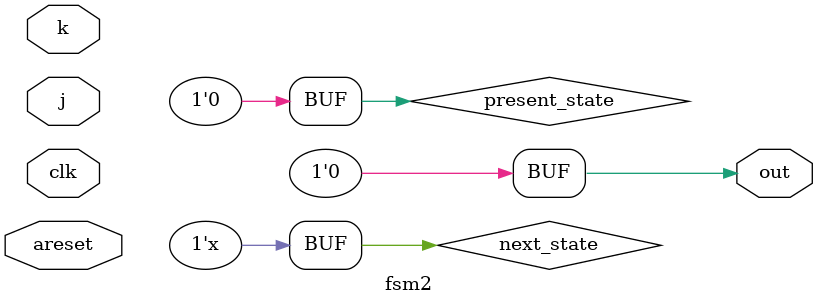
<source format=v>


/*

This is a Moore state machine with two states, two inputs, and one output. Implement this state machine.

This exercise is the same as fsm2s, but using asynchronous reset.

*/

module fsm2
(
    // Ports List 
    input wire clk,
    input wire areset, 
    input wire j,
    input wire k, 
    output reg out  
);

parameter off = 0, on = 1; 

reg present_state, next_state; 


always@(posedge clk or posedge areset) begin 

    if(areset) present_state <= off; 
    else present_state <= next_state; 

end

always@(*) begin 

    case(present_state)
        
        off: next_state = (j)? on : off; 
        on: next_state = (k)? off : on; 
        default: present_state <= off; 

    endcase 
end 
always@(*) begin 
    
    out = (present_state); 

end 




endmodule 
</source>
